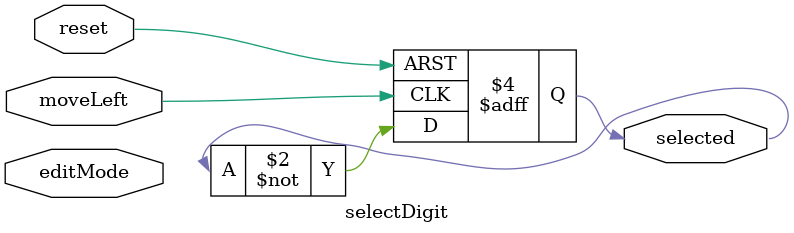
<source format=v>
`timescale 1ns / 1ps
`timescale 1ns / 1ps


module selectDigit(
    output reg selected,
    input editMode,
    input moveLeft,
    input reset
    );
    
    initial begin
        selected = 1;
    end
    
    always @ (posedge moveLeft or posedge reset)
        if (reset)
            selected <= 1;
        else
            selected <= ~selected;
    
endmodule

</source>
